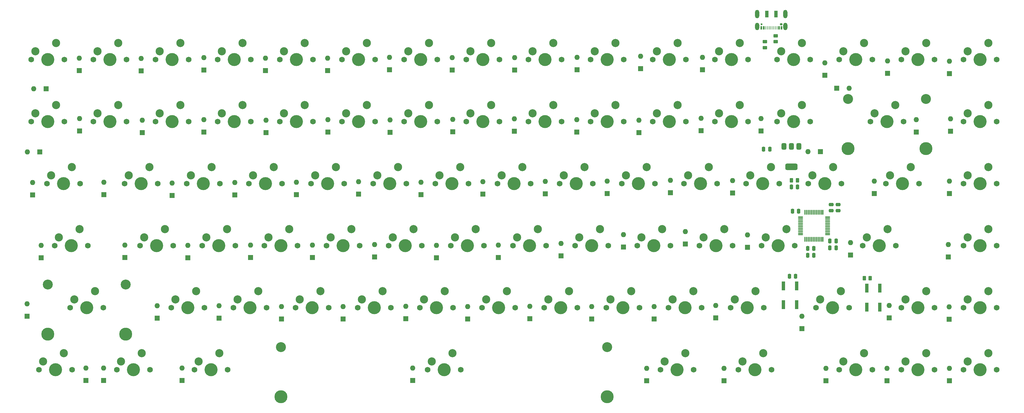
<source format=gbr>
G04 #@! TF.GenerationSoftware,KiCad,Pcbnew,8.0.8*
G04 #@! TF.CreationDate,2025-03-04T19:25:46+11:00*
G04 #@! TF.ProjectId,jethro_mk2,6a657468-726f-45f6-9d6b-322e6b696361,rev?*
G04 #@! TF.SameCoordinates,Original*
G04 #@! TF.FileFunction,Soldermask,Bot*
G04 #@! TF.FilePolarity,Negative*
%FSLAX46Y46*%
G04 Gerber Fmt 4.6, Leading zero omitted, Abs format (unit mm)*
G04 Created by KiCad (PCBNEW 8.0.8) date 2025-03-04 19:25:46*
%MOMM*%
%LPD*%
G01*
G04 APERTURE LIST*
G04 Aperture macros list*
%AMRoundRect*
0 Rectangle with rounded corners*
0 $1 Rounding radius*
0 $2 $3 $4 $5 $6 $7 $8 $9 X,Y pos of 4 corners*
0 Add a 4 corners polygon primitive as box body*
4,1,4,$2,$3,$4,$5,$6,$7,$8,$9,$2,$3,0*
0 Add four circle primitives for the rounded corners*
1,1,$1+$1,$2,$3*
1,1,$1+$1,$4,$5*
1,1,$1+$1,$6,$7*
1,1,$1+$1,$8,$9*
0 Add four rect primitives between the rounded corners*
20,1,$1+$1,$2,$3,$4,$5,0*
20,1,$1+$1,$4,$5,$6,$7,0*
20,1,$1+$1,$6,$7,$8,$9,0*
20,1,$1+$1,$8,$9,$2,$3,0*%
G04 Aperture macros list end*
%ADD10C,3.048000*%
%ADD11C,3.987800*%
%ADD12C,1.750000*%
%ADD13C,4.000000*%
%ADD14C,2.500000*%
%ADD15R,1.600000X1.600000*%
%ADD16O,1.600000X1.600000*%
%ADD17RoundRect,0.250000X0.250000X0.475000X-0.250000X0.475000X-0.250000X-0.475000X0.250000X-0.475000X0*%
%ADD18R,1.000000X2.800000*%
%ADD19C,0.600000*%
%ADD20R,1.000000X2.000000*%
%ADD21O,0.850000X0.600000*%
%ADD22R,0.520000X1.000000*%
%ADD23R,0.270000X1.000000*%
%ADD24O,1.300000X2.600000*%
%ADD25O,1.300000X2.300000*%
%ADD26RoundRect,0.250000X0.475000X-0.250000X0.475000X0.250000X-0.475000X0.250000X-0.475000X-0.250000X0*%
%ADD27RoundRect,0.075000X0.075000X-0.662500X0.075000X0.662500X-0.075000X0.662500X-0.075000X-0.662500X0*%
%ADD28RoundRect,0.075000X0.662500X-0.075000X0.662500X0.075000X-0.662500X0.075000X-0.662500X-0.075000X0*%
%ADD29RoundRect,0.250000X-0.450000X0.262500X-0.450000X-0.262500X0.450000X-0.262500X0.450000X0.262500X0*%
%ADD30RoundRect,0.250000X0.262500X0.450000X-0.262500X0.450000X-0.262500X-0.450000X0.262500X-0.450000X0*%
%ADD31RoundRect,0.375000X-0.375000X0.625000X-0.375000X-0.625000X0.375000X-0.625000X0.375000X0.625000X0*%
%ADD32RoundRect,0.500000X-1.400000X0.500000X-1.400000X-0.500000X1.400000X-0.500000X1.400000X0.500000X0*%
%ADD33RoundRect,0.250000X-0.250000X-0.475000X0.250000X-0.475000X0.250000X0.475000X-0.250000X0.475000X0*%
%ADD34RoundRect,0.250000X-0.262500X-0.450000X0.262500X-0.450000X0.262500X0.450000X-0.262500X0.450000X0*%
G04 APERTURE END LIST*
D10*
X109500000Y-126415000D03*
D11*
X109500000Y-141625000D03*
D10*
X209500000Y-126415000D03*
D11*
X209500000Y-141625000D03*
D12*
X299720000Y-38100000D03*
D13*
X304800000Y-38100000D03*
D12*
X309880000Y-38100000D03*
D14*
X300990000Y-35560000D03*
X307340000Y-33020000D03*
D12*
X147320000Y-38100000D03*
D13*
X152400000Y-38100000D03*
D12*
X157480000Y-38100000D03*
D14*
X148590000Y-35560000D03*
X154940000Y-33020000D03*
D12*
X166370000Y-38100000D03*
D13*
X171450000Y-38100000D03*
D12*
X176530000Y-38100000D03*
D14*
X167640000Y-35560000D03*
X173990000Y-33020000D03*
D12*
X223520000Y-38100000D03*
D13*
X228600000Y-38100000D03*
D12*
X233680000Y-38100000D03*
D14*
X224790000Y-35560000D03*
X231140000Y-33020000D03*
D12*
X52070000Y-38100000D03*
D13*
X57150000Y-38100000D03*
D12*
X62230000Y-38100000D03*
D14*
X53340000Y-35560000D03*
X59690000Y-33020000D03*
D12*
X75882500Y-114300000D03*
D13*
X80962500Y-114300000D03*
D12*
X86042500Y-114300000D03*
D14*
X77152500Y-111760000D03*
X83502500Y-109220000D03*
D12*
X318770000Y-57150000D03*
D13*
X323850000Y-57150000D03*
D12*
X328930000Y-57150000D03*
D14*
X320040000Y-54610000D03*
X326390000Y-52070000D03*
D12*
X294957500Y-76200000D03*
D13*
X300037500Y-76200000D03*
D12*
X305117500Y-76200000D03*
D14*
X296227500Y-73660000D03*
X302577500Y-71120000D03*
D12*
X71120000Y-38100000D03*
D13*
X76200000Y-38100000D03*
D12*
X81280000Y-38100000D03*
D14*
X72390000Y-35560000D03*
X78740000Y-33020000D03*
D12*
X90170000Y-57150000D03*
D13*
X95250000Y-57150000D03*
D12*
X100330000Y-57150000D03*
D14*
X91440000Y-54610000D03*
X97790000Y-52070000D03*
D12*
X247332500Y-114300000D03*
D13*
X252412500Y-114300000D03*
D12*
X257492500Y-114300000D03*
D14*
X248602500Y-111760000D03*
X254952500Y-109220000D03*
D12*
X204470000Y-38100000D03*
D13*
X209550000Y-38100000D03*
D12*
X214630000Y-38100000D03*
D14*
X205740000Y-35560000D03*
X212090000Y-33020000D03*
D12*
X223520000Y-57150000D03*
D13*
X228600000Y-57150000D03*
D12*
X233680000Y-57150000D03*
D14*
X224790000Y-54610000D03*
X231140000Y-52070000D03*
D12*
X137795000Y-76200000D03*
D13*
X142875000Y-76200000D03*
D12*
X147955000Y-76200000D03*
D14*
X139065000Y-73660000D03*
X145415000Y-71120000D03*
D12*
X175895000Y-76200000D03*
D13*
X180975000Y-76200000D03*
D12*
X186055000Y-76200000D03*
D14*
X177165000Y-73660000D03*
X183515000Y-71120000D03*
D12*
X61595000Y-76200000D03*
D13*
X66675000Y-76200000D03*
D12*
X71755000Y-76200000D03*
D14*
X62865000Y-73660000D03*
X69215000Y-71120000D03*
D12*
X242570000Y-57150000D03*
D13*
X247650000Y-57150000D03*
D12*
X252730000Y-57150000D03*
D14*
X243840000Y-54610000D03*
X250190000Y-52070000D03*
D12*
X252095000Y-76200000D03*
D13*
X257175000Y-76200000D03*
D12*
X262255000Y-76200000D03*
D14*
X253365000Y-73660000D03*
X259715000Y-71120000D03*
D12*
X273526250Y-114300000D03*
D13*
X278606250Y-114300000D03*
D12*
X283686250Y-114300000D03*
D14*
X274796250Y-111760000D03*
X281146250Y-109220000D03*
D12*
X318770000Y-114300000D03*
D13*
X323850000Y-114300000D03*
D12*
X328930000Y-114300000D03*
D14*
X320040000Y-111760000D03*
X326390000Y-109220000D03*
D12*
X271145000Y-76200000D03*
D13*
X276225000Y-76200000D03*
D12*
X281305000Y-76200000D03*
D14*
X272415000Y-73660000D03*
X278765000Y-71120000D03*
D12*
X299720000Y-133350000D03*
D13*
X304800000Y-133350000D03*
D12*
X309880000Y-133350000D03*
D14*
X300990000Y-130810000D03*
X307340000Y-128270000D03*
D12*
X287813750Y-95250000D03*
D13*
X292893750Y-95250000D03*
D12*
X297973750Y-95250000D03*
D14*
X289083750Y-92710000D03*
X295433750Y-90170000D03*
D12*
X35401250Y-133350000D03*
D13*
X40481250Y-133350000D03*
D12*
X45561250Y-133350000D03*
D14*
X36671250Y-130810000D03*
X43021250Y-128270000D03*
D12*
X109220000Y-38100000D03*
D13*
X114300000Y-38100000D03*
D12*
X119380000Y-38100000D03*
D14*
X110490000Y-35560000D03*
X116840000Y-33020000D03*
D12*
X249713750Y-133350000D03*
D13*
X254793750Y-133350000D03*
D12*
X259873750Y-133350000D03*
D14*
X250983750Y-130810000D03*
X257333750Y-128270000D03*
D12*
X80645000Y-76200000D03*
D13*
X85725000Y-76200000D03*
D12*
X90805000Y-76200000D03*
D14*
X81915000Y-73660000D03*
X88265000Y-71120000D03*
D12*
X33020000Y-38100000D03*
D13*
X38100000Y-38100000D03*
D12*
X43180000Y-38100000D03*
D14*
X34290000Y-35560000D03*
X40640000Y-33020000D03*
D12*
X213995000Y-76200000D03*
D13*
X219075000Y-76200000D03*
D12*
X224155000Y-76200000D03*
D14*
X215265000Y-73660000D03*
X221615000Y-71120000D03*
D12*
X142557500Y-95250000D03*
D13*
X147637500Y-95250000D03*
D12*
X152717500Y-95250000D03*
D14*
X143827500Y-92710000D03*
X150177500Y-90170000D03*
D12*
X147320000Y-57150000D03*
D13*
X152400000Y-57150000D03*
D12*
X157480000Y-57150000D03*
D14*
X148590000Y-54610000D03*
X154940000Y-52070000D03*
D12*
X261620000Y-38100000D03*
D13*
X266700000Y-38100000D03*
D12*
X271780000Y-38100000D03*
D14*
X262890000Y-35560000D03*
X269240000Y-33020000D03*
D12*
X33020000Y-57150000D03*
D13*
X38100000Y-57150000D03*
D12*
X43180000Y-57150000D03*
D14*
X34290000Y-54610000D03*
X40640000Y-52070000D03*
D12*
X318770000Y-76200000D03*
D13*
X323850000Y-76200000D03*
D12*
X328930000Y-76200000D03*
D14*
X320040000Y-73660000D03*
X326390000Y-71120000D03*
D12*
X318770000Y-38100000D03*
D13*
X323850000Y-38100000D03*
D12*
X328930000Y-38100000D03*
D14*
X320040000Y-35560000D03*
X326390000Y-33020000D03*
D12*
X194945000Y-76200000D03*
D13*
X200025000Y-76200000D03*
D12*
X205105000Y-76200000D03*
D14*
X196215000Y-73660000D03*
X202565000Y-71120000D03*
D12*
X52070000Y-57150000D03*
D13*
X57150000Y-57150000D03*
D12*
X62230000Y-57150000D03*
D14*
X53340000Y-54610000D03*
X59690000Y-52070000D03*
D12*
X90170000Y-38100000D03*
D13*
X95250000Y-38100000D03*
D12*
X100330000Y-38100000D03*
D14*
X91440000Y-35560000D03*
X97790000Y-33020000D03*
D12*
X85407500Y-95250000D03*
D13*
X90487500Y-95250000D03*
D12*
X95567500Y-95250000D03*
D14*
X86677500Y-92710000D03*
X93027500Y-90170000D03*
D15*
X219300000Y-60514315D03*
D16*
X219300000Y-56704315D03*
D12*
X225901250Y-133350000D03*
D13*
X230981250Y-133350000D03*
D12*
X236061250Y-133350000D03*
D14*
X227171250Y-130810000D03*
X233521250Y-128270000D03*
D12*
X37782500Y-76200000D03*
D13*
X42862500Y-76200000D03*
D12*
X47942500Y-76200000D03*
D14*
X39052500Y-73660000D03*
X45402500Y-71120000D03*
D12*
X318770000Y-133350000D03*
D13*
X323850000Y-133350000D03*
D12*
X328930000Y-133350000D03*
D14*
X320040000Y-130810000D03*
X326390000Y-128270000D03*
D12*
X99695000Y-76200000D03*
D13*
X104775000Y-76200000D03*
D12*
X109855000Y-76200000D03*
D14*
X100965000Y-73660000D03*
X107315000Y-71120000D03*
D12*
X171132500Y-114300000D03*
D13*
X176212500Y-114300000D03*
D12*
X181292500Y-114300000D03*
D14*
X172402500Y-111760000D03*
X178752500Y-109220000D03*
D12*
X280670000Y-133350000D03*
D13*
X285750000Y-133350000D03*
D12*
X290830000Y-133350000D03*
D14*
X281940000Y-130810000D03*
X288290000Y-128270000D03*
D12*
X290195000Y-57150000D03*
D13*
X295275000Y-57150000D03*
D12*
X300355000Y-57150000D03*
D14*
X291465000Y-54610000D03*
X297815000Y-52070000D03*
D12*
X133032500Y-114300000D03*
D13*
X138112500Y-114300000D03*
D12*
X143192500Y-114300000D03*
D14*
X134302500Y-111760000D03*
X140652500Y-109220000D03*
D12*
X40163750Y-95250000D03*
D13*
X45243750Y-95250000D03*
D12*
X50323750Y-95250000D03*
D14*
X41433750Y-92710000D03*
X47783750Y-90170000D03*
D12*
X237807500Y-95250000D03*
D13*
X242887500Y-95250000D03*
D12*
X247967500Y-95250000D03*
D14*
X239077500Y-92710000D03*
X245427500Y-90170000D03*
D12*
X199707500Y-95250000D03*
D13*
X204787500Y-95250000D03*
D12*
X209867500Y-95250000D03*
D14*
X200977500Y-92710000D03*
X207327500Y-90170000D03*
D12*
X204470000Y-57150000D03*
D13*
X209550000Y-57150000D03*
D12*
X214630000Y-57150000D03*
D14*
X205740000Y-54610000D03*
X212090000Y-52070000D03*
D12*
X166370000Y-57150000D03*
D13*
X171450000Y-57150000D03*
D12*
X176530000Y-57150000D03*
D14*
X167640000Y-54610000D03*
X173990000Y-52070000D03*
D12*
X242570000Y-38100000D03*
D13*
X247650000Y-38100000D03*
D12*
X252730000Y-38100000D03*
D14*
X243840000Y-35560000D03*
X250190000Y-33020000D03*
D10*
X38062000Y-107215000D03*
D11*
X38062000Y-122425000D03*
D10*
X61938000Y-107215000D03*
D11*
X61938000Y-122425000D03*
D12*
X299720000Y-114300000D03*
D13*
X304800000Y-114300000D03*
D12*
X309880000Y-114300000D03*
D14*
X300990000Y-111760000D03*
X307340000Y-109220000D03*
D12*
X218757500Y-95250000D03*
D13*
X223837500Y-95250000D03*
D12*
X228917500Y-95250000D03*
D14*
X220027500Y-92710000D03*
X226377500Y-90170000D03*
D12*
X318770000Y-95250000D03*
D13*
X323850000Y-95250000D03*
D12*
X328930000Y-95250000D03*
D14*
X320040000Y-92710000D03*
X326390000Y-90170000D03*
D10*
X283362000Y-50215000D03*
D11*
X283362000Y-65425000D03*
D10*
X307238000Y-50215000D03*
D11*
X307238000Y-65425000D03*
D12*
X180657500Y-95250000D03*
D13*
X185737500Y-95250000D03*
D12*
X190817500Y-95250000D03*
D14*
X181927500Y-92710000D03*
X188277500Y-90170000D03*
D12*
X44926250Y-114300000D03*
D13*
X50006250Y-114300000D03*
D12*
X55086250Y-114300000D03*
D14*
X46196250Y-111760000D03*
X52546250Y-109220000D03*
D12*
X128270000Y-38100000D03*
D13*
X133350000Y-38100000D03*
D12*
X138430000Y-38100000D03*
D14*
X129540000Y-35560000D03*
X135890000Y-33020000D03*
D12*
X104457500Y-95250000D03*
D13*
X109537500Y-95250000D03*
D12*
X114617500Y-95250000D03*
D14*
X105727500Y-92710000D03*
X112077500Y-90170000D03*
D12*
X256857500Y-95250000D03*
D13*
X261937500Y-95250000D03*
D12*
X267017500Y-95250000D03*
D14*
X258127500Y-92710000D03*
X264477500Y-90170000D03*
D12*
X190182500Y-114300000D03*
D13*
X195262500Y-114300000D03*
D12*
X200342500Y-114300000D03*
D14*
X191452500Y-111760000D03*
X197802500Y-109220000D03*
D12*
X228282500Y-114300000D03*
D13*
X233362500Y-114300000D03*
D12*
X238442500Y-114300000D03*
D14*
X229552500Y-111760000D03*
X235902500Y-109220000D03*
D12*
X118745000Y-76200000D03*
D13*
X123825000Y-76200000D03*
D12*
X128905000Y-76200000D03*
D14*
X120015000Y-73660000D03*
X126365000Y-71120000D03*
D12*
X123507500Y-95250000D03*
D13*
X128587500Y-95250000D03*
D12*
X133667500Y-95250000D03*
D14*
X124777500Y-92710000D03*
X131127500Y-90170000D03*
D12*
X185420000Y-57150000D03*
D13*
X190500000Y-57150000D03*
D12*
X195580000Y-57150000D03*
D14*
X186690000Y-54610000D03*
X193040000Y-52070000D03*
D12*
X280670000Y-38100000D03*
D13*
X285750000Y-38100000D03*
D12*
X290830000Y-38100000D03*
D14*
X281940000Y-35560000D03*
X288290000Y-33020000D03*
D12*
X83026250Y-133350000D03*
D13*
X88106250Y-133350000D03*
D12*
X93186250Y-133350000D03*
D14*
X84296250Y-130810000D03*
X90646250Y-128270000D03*
D12*
X59213750Y-133350000D03*
D13*
X64293750Y-133350000D03*
D12*
X69373750Y-133350000D03*
D14*
X60483750Y-130810000D03*
X66833750Y-128270000D03*
D12*
X152082500Y-114300000D03*
D13*
X157162500Y-114300000D03*
D12*
X162242500Y-114300000D03*
D14*
X153352500Y-111760000D03*
X159702500Y-109220000D03*
D12*
X128270000Y-57150000D03*
D13*
X133350000Y-57150000D03*
D12*
X138430000Y-57150000D03*
D14*
X129540000Y-54610000D03*
X135890000Y-52070000D03*
D12*
X233045000Y-76200000D03*
D13*
X238125000Y-76200000D03*
D12*
X243205000Y-76200000D03*
D14*
X234315000Y-73660000D03*
X240665000Y-71120000D03*
D12*
X66357500Y-95250000D03*
D13*
X71437500Y-95250000D03*
D12*
X76517500Y-95250000D03*
D14*
X67627500Y-92710000D03*
X73977500Y-90170000D03*
D12*
X71120000Y-57150000D03*
D13*
X76200000Y-57150000D03*
D12*
X81280000Y-57150000D03*
D14*
X72390000Y-54610000D03*
X78740000Y-52070000D03*
D12*
X209232500Y-114300000D03*
D13*
X214312500Y-114300000D03*
D12*
X219392500Y-114300000D03*
D14*
X210502500Y-111760000D03*
X216852500Y-109220000D03*
D12*
X185420000Y-38100000D03*
D13*
X190500000Y-38100000D03*
D12*
X195580000Y-38100000D03*
D14*
X186690000Y-35560000D03*
X193040000Y-33020000D03*
D12*
X109220000Y-57150000D03*
D13*
X114300000Y-57150000D03*
D12*
X119380000Y-57150000D03*
D14*
X110490000Y-54610000D03*
X116840000Y-52070000D03*
D12*
X94932500Y-114300000D03*
D13*
X100012500Y-114300000D03*
D12*
X105092500Y-114300000D03*
D14*
X96202500Y-111760000D03*
X102552500Y-109220000D03*
D12*
X261620000Y-57150000D03*
D13*
X266700000Y-57150000D03*
D12*
X271780000Y-57150000D03*
D14*
X262890000Y-54610000D03*
X269240000Y-52070000D03*
D12*
X113982500Y-114300000D03*
D13*
X119062500Y-114300000D03*
D12*
X124142500Y-114300000D03*
D14*
X115252500Y-111760000D03*
X121602500Y-109220000D03*
D12*
X154463750Y-133350000D03*
D13*
X159543750Y-133350000D03*
D12*
X164623750Y-133350000D03*
D14*
X155733750Y-130810000D03*
X162083750Y-128270000D03*
D12*
X156845000Y-76200000D03*
D13*
X161925000Y-76200000D03*
D12*
X167005000Y-76200000D03*
D14*
X158115000Y-73660000D03*
X164465000Y-71120000D03*
D12*
X161607500Y-95250000D03*
D13*
X166687500Y-95250000D03*
D12*
X171767500Y-95250000D03*
D14*
X162877500Y-92710000D03*
X169227500Y-90170000D03*
D15*
X248000000Y-79049315D03*
D16*
X248000000Y-75239315D03*
D15*
X81000000Y-98949315D03*
D16*
X81000000Y-95139315D03*
D15*
X314300000Y-117849315D03*
D16*
X314300000Y-114039315D03*
D15*
X171400000Y-79449315D03*
D16*
X171400000Y-75639315D03*
D15*
X95400000Y-79649315D03*
D16*
X95400000Y-75839315D03*
D15*
X49800000Y-136649315D03*
D16*
X49800000Y-132839315D03*
D17*
X259375000Y-65575000D03*
X257475000Y-65575000D03*
D18*
X293100000Y-114125000D03*
X293100000Y-108325000D03*
X289100000Y-114125000D03*
X289100000Y-108325000D03*
D17*
X267300000Y-104675000D03*
X265400000Y-104675000D03*
D19*
X256850000Y-27250000D03*
D20*
X258450000Y-24150000D03*
X261250000Y-24150000D03*
D21*
X262850000Y-27250000D03*
D22*
X256750000Y-28350000D03*
X257500000Y-28350000D03*
D23*
X258100000Y-28350000D03*
X259600000Y-28350000D03*
X260600000Y-28350000D03*
X261600000Y-28350000D03*
D22*
X262200000Y-28350000D03*
X262950000Y-28350000D03*
X262950000Y-28350000D03*
X262200000Y-28350000D03*
D23*
X261100000Y-28350000D03*
X260100000Y-28350000D03*
X259100000Y-28350000D03*
X258600000Y-28350000D03*
D22*
X257500000Y-28350000D03*
X256750000Y-28350000D03*
D24*
X255530000Y-24150000D03*
D25*
X255530000Y-27975000D03*
D24*
X264170000Y-24150000D03*
D25*
X264170000Y-27975000D03*
D15*
X67000000Y-60549315D03*
D16*
X67000000Y-56739315D03*
D15*
X185800000Y-117649315D03*
D16*
X185800000Y-113839315D03*
D15*
X85900000Y-41349315D03*
D16*
X85900000Y-37539315D03*
D15*
X71600000Y-117549315D03*
D16*
X71600000Y-113739315D03*
D15*
X314400000Y-79249315D03*
D16*
X314400000Y-75439315D03*
D15*
X162000000Y-41349315D03*
D16*
X162000000Y-37539315D03*
D15*
X314100000Y-98749315D03*
D16*
X314100000Y-94939315D03*
D15*
X314400000Y-42449315D03*
D16*
X314400000Y-38639315D03*
D15*
X296000000Y-117449315D03*
D16*
X296000000Y-113639315D03*
D26*
X280275000Y-84525000D03*
X280275000Y-82625000D03*
D15*
X36000000Y-98949315D03*
D16*
X36000000Y-95139315D03*
D15*
X123800000Y-41449315D03*
D16*
X123800000Y-37639315D03*
D27*
X275687500Y-93312500D03*
X275187500Y-93312500D03*
X274687500Y-93312500D03*
X274187500Y-93312500D03*
X273687500Y-93312500D03*
X273187500Y-93312500D03*
X272687500Y-93312500D03*
X272187500Y-93312500D03*
X271687500Y-93312500D03*
X271187500Y-93312500D03*
X270687500Y-93312500D03*
X270187500Y-93312500D03*
D28*
X268775000Y-91900000D03*
X268775000Y-91400000D03*
X268775000Y-90900000D03*
X268775000Y-90400000D03*
X268775000Y-89900000D03*
X268775000Y-89400000D03*
X268775000Y-88900000D03*
X268775000Y-88400000D03*
X268775000Y-87900000D03*
X268775000Y-87400000D03*
X268775000Y-86900000D03*
X268775000Y-86400000D03*
D27*
X270187500Y-84987500D03*
X270687500Y-84987500D03*
X271187500Y-84987500D03*
X271687500Y-84987500D03*
X272187500Y-84987500D03*
X272687500Y-84987500D03*
X273187500Y-84987500D03*
X273687500Y-84987500D03*
X274187500Y-84987500D03*
X274687500Y-84987500D03*
X275187500Y-84987500D03*
X275687500Y-84987500D03*
D28*
X277100000Y-86400000D03*
X277100000Y-86900000D03*
X277100000Y-87400000D03*
X277100000Y-87900000D03*
X277100000Y-88400000D03*
X277100000Y-88900000D03*
X277100000Y-89400000D03*
X277100000Y-89900000D03*
X277100000Y-90400000D03*
X277100000Y-90900000D03*
X277100000Y-91400000D03*
X277100000Y-91900000D03*
D15*
X214500000Y-95649315D03*
D16*
X214500000Y-91839315D03*
D15*
X47700000Y-41449315D03*
D16*
X47700000Y-37639315D03*
D15*
X66700000Y-41549315D03*
D16*
X66700000Y-37739315D03*
D29*
X257850000Y-32600000D03*
X257850000Y-34425000D03*
D15*
X233500000Y-94749315D03*
D16*
X233500000Y-90939315D03*
D15*
X256700000Y-60049315D03*
D16*
X256700000Y-56239315D03*
D15*
X128600000Y-117749315D03*
D16*
X128600000Y-113939315D03*
D15*
X295500000Y-42349315D03*
D16*
X295500000Y-38539315D03*
D18*
X263575000Y-107575000D03*
X263575000Y-113375000D03*
X267575000Y-107575000D03*
X267575000Y-113375000D03*
D15*
X76200000Y-79849315D03*
D16*
X76200000Y-76039315D03*
D30*
X290162500Y-105250000D03*
X288337500Y-105250000D03*
D15*
X55200000Y-136649315D03*
D16*
X55200000Y-132839315D03*
D15*
X55300000Y-79549315D03*
D16*
X55300000Y-75739315D03*
D15*
X35649315Y-66500000D03*
D16*
X31839315Y-66500000D03*
D15*
X219800000Y-40849315D03*
D16*
X219800000Y-37039315D03*
D15*
X314800000Y-60149315D03*
D16*
X314800000Y-56339315D03*
D15*
X123900000Y-60349315D03*
D16*
X123900000Y-56539315D03*
D15*
X138200000Y-98749315D03*
D16*
X138200000Y-94939315D03*
D15*
X157200000Y-98949315D03*
D16*
X157200000Y-95139315D03*
D31*
X263700000Y-64750000D03*
X266000000Y-64750000D03*
D32*
X266000000Y-71050000D03*
D31*
X268300000Y-64750000D03*
D15*
X105000000Y-60549315D03*
D16*
X105000000Y-56739315D03*
D15*
X221600000Y-136749315D03*
D16*
X221600000Y-132939315D03*
D15*
X291400000Y-79249315D03*
D16*
X291400000Y-75439315D03*
D15*
X274849315Y-66400000D03*
D16*
X271039315Y-66400000D03*
D15*
X147800000Y-117649315D03*
D16*
X147800000Y-113839315D03*
D15*
X195400000Y-98349315D03*
D16*
X195400000Y-94539315D03*
D15*
X176200000Y-98849315D03*
D16*
X176200000Y-95039315D03*
D15*
X47800000Y-60049315D03*
D16*
X47800000Y-56239315D03*
D15*
X181100000Y-60149315D03*
D16*
X181100000Y-56339315D03*
D15*
X276600000Y-136749315D03*
D16*
X276600000Y-132939315D03*
D15*
X252500000Y-95749315D03*
D16*
X252500000Y-91939315D03*
D15*
X190600000Y-79349315D03*
D16*
X190600000Y-75539315D03*
D15*
X104800000Y-41449315D03*
D16*
X104800000Y-37639315D03*
D15*
X284100000Y-98149315D03*
D16*
X284100000Y-94339315D03*
D15*
X114300000Y-79549315D03*
D16*
X114300000Y-75739315D03*
D15*
X142800000Y-41249315D03*
D16*
X142800000Y-37439315D03*
D15*
X238300000Y-59949315D03*
D16*
X238300000Y-56139315D03*
D15*
X152500000Y-79549315D03*
D16*
X152500000Y-75739315D03*
D33*
X266000000Y-77250000D03*
X267900000Y-77250000D03*
D15*
X181200000Y-41349315D03*
D16*
X181200000Y-37539315D03*
D15*
X223900000Y-117749315D03*
D16*
X223900000Y-113939315D03*
D15*
X85900000Y-60349315D03*
D16*
X85900000Y-56539315D03*
D15*
X79200000Y-136649315D03*
D16*
X79200000Y-132839315D03*
D15*
X31700000Y-116949315D03*
D16*
X31700000Y-113139315D03*
D15*
X276200000Y-42949315D03*
D16*
X276200000Y-39139315D03*
D15*
X162200000Y-60249315D03*
D16*
X162200000Y-56439315D03*
D33*
X277800000Y-93800000D03*
X279700000Y-93800000D03*
D15*
X90600000Y-117549315D03*
D16*
X90600000Y-113739315D03*
D29*
X261150000Y-30800000D03*
X261150000Y-32625000D03*
D17*
X268200000Y-84700000D03*
X266300000Y-84700000D03*
D15*
X209500000Y-79249315D03*
D16*
X209500000Y-75439315D03*
D15*
X304300000Y-60349315D03*
D16*
X304300000Y-56539315D03*
D15*
X314400000Y-136749315D03*
D16*
X314400000Y-132939315D03*
D15*
X269200000Y-120749315D03*
D16*
X269200000Y-116939315D03*
D15*
X37549315Y-47100000D03*
D16*
X33739315Y-47100000D03*
D34*
X266025000Y-75150000D03*
X267850000Y-75150000D03*
D15*
X295300000Y-136749315D03*
D16*
X295300000Y-132939315D03*
D15*
X119200000Y-98849315D03*
D16*
X119200000Y-95039315D03*
D15*
X133300000Y-79449315D03*
D16*
X133300000Y-75639315D03*
D15*
X279850686Y-46900000D03*
D16*
X283660686Y-46900000D03*
D15*
X109700000Y-117749315D03*
D16*
X109700000Y-113939315D03*
D15*
X238700000Y-41249315D03*
D16*
X238700000Y-37439315D03*
D15*
X166800000Y-117749315D03*
D16*
X166800000Y-113939315D03*
D15*
X200300000Y-41249315D03*
D16*
X200300000Y-37439315D03*
D15*
X204800000Y-117749315D03*
D16*
X204800000Y-113939315D03*
D33*
X270950000Y-98250000D03*
X272850000Y-98250000D03*
D15*
X61700000Y-98849315D03*
D16*
X61700000Y-95039315D03*
D15*
X149900000Y-136649315D03*
D16*
X149900000Y-132839315D03*
D15*
X100200000Y-98849315D03*
D16*
X100200000Y-95039315D03*
D15*
X242800000Y-117449315D03*
D16*
X242800000Y-113639315D03*
D33*
X277800000Y-95900000D03*
X279700000Y-95900000D03*
D26*
X278225000Y-84525000D03*
X278225000Y-82625000D03*
D15*
X33400000Y-79649315D03*
D16*
X33400000Y-75839315D03*
D15*
X200200000Y-60349315D03*
D16*
X200200000Y-56539315D03*
D15*
X143000000Y-60449315D03*
D16*
X143000000Y-56639315D03*
D15*
X228900000Y-78949315D03*
D16*
X228900000Y-75139315D03*
D15*
X245300000Y-136749315D03*
D16*
X245300000Y-132939315D03*
D33*
X270950000Y-96125000D03*
X272850000Y-96125000D03*
M02*

</source>
